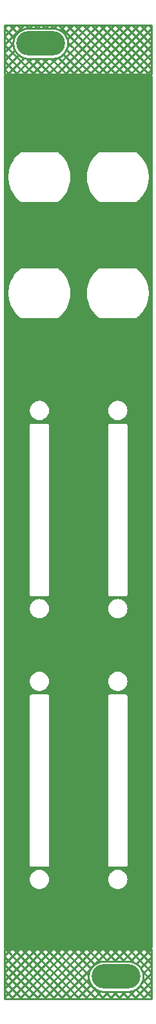
<source format=gbl>
G04 Layer: BottomLayer*
G04 EasyEDA v6.5.34, 2023-08-01 23:33:27*
G04 d5b1b88f56c4446086ecb81e1243fcf9,5a6b42c53f6a479593ecc07194224c93,10*
G04 Gerber Generator version 0.2*
G04 Scale: 100 percent, Rotated: No, Reflected: No *
G04 Dimensions in millimeters *
G04 leading zeros omitted , absolute positions ,4 integer and 5 decimal *
%FSLAX45Y45*%
%MOMM*%

%ADD10C,0.2540*%
%ADD11O,6.4000126X3.1999936*%

%LPD*%
G36*
X36068Y698500D02*
G01*
X32156Y699262D01*
X28905Y701497D01*
X26670Y704748D01*
X25908Y708660D01*
X25908Y12143740D01*
X26670Y12147651D01*
X28905Y12150902D01*
X32156Y12153138D01*
X36068Y12153900D01*
X1970532Y12153900D01*
X1974443Y12153138D01*
X1977694Y12150902D01*
X1979930Y12147651D01*
X1980692Y12143740D01*
X1980692Y708660D01*
X1979930Y704748D01*
X1977694Y701497D01*
X1974443Y699262D01*
X1970532Y698500D01*
G37*

%LPC*%
G36*
X1290066Y10494467D02*
G01*
X1757934Y10494467D01*
X1764233Y10495229D01*
X1769719Y10497108D01*
X1774545Y10500156D01*
X1780438Y10506100D01*
X1795729Y10518952D01*
X1816100Y10538663D01*
X1835048Y10559694D01*
X1852422Y10582046D01*
X1868271Y10605516D01*
X1882393Y10630052D01*
X1894789Y10655503D01*
X1905406Y10681766D01*
X1914143Y10708741D01*
X1920951Y10736224D01*
X1925878Y10764113D01*
X1928825Y10792256D01*
X1929790Y10820552D01*
X1928825Y10848848D01*
X1925828Y10877042D01*
X1920900Y10904931D01*
X1914042Y10932414D01*
X1905304Y10959338D01*
X1894687Y10985550D01*
X1882241Y11011001D01*
X1868068Y11035538D01*
X1852269Y11059007D01*
X1834794Y11081359D01*
X1815846Y11102390D01*
X1795475Y11122050D01*
X1779676Y11135360D01*
X1774545Y11140643D01*
X1769719Y11143691D01*
X1764233Y11145570D01*
X1757934Y11146282D01*
X1290066Y11146282D01*
X1283766Y11145570D01*
X1278280Y11143691D01*
X1273403Y11140592D01*
X1267815Y11135055D01*
X1252321Y11122050D01*
X1231950Y11102390D01*
X1213002Y11081359D01*
X1195527Y11059007D01*
X1179728Y11035538D01*
X1165555Y11011001D01*
X1153109Y10985550D01*
X1142492Y10959338D01*
X1133754Y10932414D01*
X1126896Y10904931D01*
X1121968Y10877042D01*
X1119022Y10848848D01*
X1118006Y10820552D01*
X1118971Y10792256D01*
X1121918Y10764113D01*
X1126845Y10736224D01*
X1133652Y10708741D01*
X1142390Y10681766D01*
X1153007Y10655503D01*
X1165402Y10630052D01*
X1179525Y10605516D01*
X1195374Y10582046D01*
X1212799Y10559694D01*
X1231696Y10538663D01*
X1252067Y10518952D01*
X1268476Y10505084D01*
X1273403Y10500207D01*
X1278280Y10497108D01*
X1283766Y10495229D01*
G37*
G36*
X495300Y1477822D02*
G01*
X510489Y1478737D01*
X525424Y1481480D01*
X539953Y1486001D01*
X553821Y1492250D01*
X566826Y1500124D01*
X578764Y1509471D01*
X589534Y1520240D01*
X598881Y1532178D01*
X606755Y1545183D01*
X613003Y1559052D01*
X617524Y1573580D01*
X620268Y1588516D01*
X621182Y1603705D01*
X620268Y1618894D01*
X617524Y1633829D01*
X613003Y1648358D01*
X606755Y1662226D01*
X598881Y1675231D01*
X589534Y1687169D01*
X578764Y1697939D01*
X566826Y1707286D01*
X553821Y1715160D01*
X539953Y1721408D01*
X525424Y1725930D01*
X510489Y1728673D01*
X495300Y1729587D01*
X480110Y1728673D01*
X465175Y1725930D01*
X450646Y1721408D01*
X436778Y1715160D01*
X423773Y1707286D01*
X411835Y1697939D01*
X401066Y1687169D01*
X391718Y1675231D01*
X383844Y1662226D01*
X377596Y1648358D01*
X373075Y1633829D01*
X370332Y1618894D01*
X369417Y1603705D01*
X370332Y1588516D01*
X373075Y1573580D01*
X377596Y1559052D01*
X383844Y1545183D01*
X391718Y1532178D01*
X401066Y1520240D01*
X411835Y1509471D01*
X423773Y1500124D01*
X436778Y1492250D01*
X450646Y1486001D01*
X465175Y1481480D01*
X480110Y1478737D01*
G37*
G36*
X394258Y1768297D02*
G01*
X596341Y1768297D01*
X602640Y1769008D01*
X608126Y1770938D01*
X613003Y1773986D01*
X617118Y1778101D01*
X620166Y1782978D01*
X622096Y1788464D01*
X622808Y1794764D01*
X622808Y4003446D01*
X622096Y4009745D01*
X620166Y4015232D01*
X617118Y4020108D01*
X613003Y4024223D01*
X608126Y4027271D01*
X602640Y4029201D01*
X596341Y4029913D01*
X394258Y4029913D01*
X387959Y4029201D01*
X382473Y4027271D01*
X377596Y4024223D01*
X373481Y4020108D01*
X370433Y4015232D01*
X368503Y4009745D01*
X367792Y4003446D01*
X367792Y1794764D01*
X368503Y1788464D01*
X370433Y1782978D01*
X373481Y1778101D01*
X377596Y1773986D01*
X382473Y1770938D01*
X387959Y1769008D01*
G37*
G36*
X1422958Y1768297D02*
G01*
X1625041Y1768297D01*
X1631340Y1769008D01*
X1636826Y1770938D01*
X1641703Y1773986D01*
X1645818Y1778101D01*
X1648866Y1782978D01*
X1650796Y1788464D01*
X1651507Y1794764D01*
X1651507Y4003446D01*
X1650796Y4009745D01*
X1648866Y4015232D01*
X1645818Y4020108D01*
X1641703Y4024223D01*
X1636826Y4027271D01*
X1631340Y4029201D01*
X1625041Y4029913D01*
X1422958Y4029913D01*
X1416659Y4029201D01*
X1411173Y4027271D01*
X1406296Y4024223D01*
X1402181Y4020108D01*
X1399133Y4015232D01*
X1397203Y4009745D01*
X1396492Y4003446D01*
X1396492Y1794764D01*
X1397203Y1788464D01*
X1399133Y1782978D01*
X1402181Y1778101D01*
X1406296Y1773986D01*
X1411173Y1770938D01*
X1416659Y1769008D01*
G37*
G36*
X495300Y4077817D02*
G01*
X510489Y4078732D01*
X525424Y4081475D01*
X539953Y4085996D01*
X553821Y4092244D01*
X566826Y4100118D01*
X578764Y4109465D01*
X589534Y4120235D01*
X598881Y4132173D01*
X606755Y4145178D01*
X613003Y4159046D01*
X617524Y4173575D01*
X620268Y4188510D01*
X621182Y4203700D01*
X620268Y4218889D01*
X617524Y4233824D01*
X613003Y4248353D01*
X606755Y4262221D01*
X598881Y4275226D01*
X589534Y4287164D01*
X578764Y4297934D01*
X566826Y4307281D01*
X553821Y4315155D01*
X539953Y4321403D01*
X525424Y4325924D01*
X510489Y4328668D01*
X495300Y4329582D01*
X480110Y4328668D01*
X465175Y4325924D01*
X450646Y4321403D01*
X436778Y4315155D01*
X423773Y4307281D01*
X411835Y4297934D01*
X401066Y4287164D01*
X391718Y4275226D01*
X383844Y4262221D01*
X377596Y4248353D01*
X373075Y4233824D01*
X370332Y4218889D01*
X369417Y4203700D01*
X370332Y4188510D01*
X373075Y4173575D01*
X377596Y4159046D01*
X383844Y4145178D01*
X391718Y4132173D01*
X401066Y4120235D01*
X411835Y4109465D01*
X423773Y4100118D01*
X436778Y4092244D01*
X450646Y4085996D01*
X465175Y4081475D01*
X480110Y4078732D01*
G37*
G36*
X1524000Y4077817D02*
G01*
X1539189Y4078732D01*
X1554124Y4081475D01*
X1568653Y4085996D01*
X1582521Y4092244D01*
X1595526Y4100118D01*
X1607464Y4109465D01*
X1618234Y4120235D01*
X1627581Y4132173D01*
X1635455Y4145178D01*
X1641703Y4159046D01*
X1646224Y4173575D01*
X1648968Y4188510D01*
X1649882Y4203700D01*
X1648968Y4218889D01*
X1646224Y4233824D01*
X1641703Y4248353D01*
X1635455Y4262221D01*
X1627581Y4275226D01*
X1618234Y4287164D01*
X1607464Y4297934D01*
X1595526Y4307281D01*
X1582521Y4315155D01*
X1568653Y4321403D01*
X1554124Y4325924D01*
X1539189Y4328668D01*
X1524000Y4329582D01*
X1508810Y4328668D01*
X1493875Y4325924D01*
X1479346Y4321403D01*
X1465478Y4315155D01*
X1452473Y4307281D01*
X1440535Y4297934D01*
X1429766Y4287164D01*
X1420418Y4275226D01*
X1412544Y4262221D01*
X1406296Y4248353D01*
X1401775Y4233824D01*
X1399032Y4218889D01*
X1398117Y4203700D01*
X1399032Y4188510D01*
X1401775Y4173575D01*
X1406296Y4159046D01*
X1412544Y4145178D01*
X1420418Y4132173D01*
X1429766Y4120235D01*
X1440535Y4109465D01*
X1452473Y4100118D01*
X1465478Y4092244D01*
X1479346Y4085996D01*
X1493875Y4081475D01*
X1508810Y4078732D01*
G37*
G36*
X495300Y5030317D02*
G01*
X510489Y5031232D01*
X525424Y5033975D01*
X539953Y5038496D01*
X553821Y5044744D01*
X566826Y5052618D01*
X578764Y5061966D01*
X589534Y5072735D01*
X598881Y5084673D01*
X606755Y5097678D01*
X613003Y5111546D01*
X617524Y5126075D01*
X620268Y5141010D01*
X621182Y5156200D01*
X620268Y5171389D01*
X617524Y5186324D01*
X613003Y5200853D01*
X606755Y5214721D01*
X598881Y5227726D01*
X589534Y5239664D01*
X578764Y5250434D01*
X566826Y5259781D01*
X553821Y5267655D01*
X539953Y5273903D01*
X525424Y5278424D01*
X510489Y5281168D01*
X495300Y5282082D01*
X480110Y5281168D01*
X465175Y5278424D01*
X450646Y5273903D01*
X436778Y5267655D01*
X423773Y5259781D01*
X411835Y5250434D01*
X401066Y5239664D01*
X391718Y5227726D01*
X383844Y5214721D01*
X377596Y5200853D01*
X373075Y5186324D01*
X370332Y5171389D01*
X369417Y5156200D01*
X370332Y5141010D01*
X373075Y5126075D01*
X377596Y5111546D01*
X383844Y5097678D01*
X391718Y5084673D01*
X401066Y5072735D01*
X411835Y5061966D01*
X423773Y5052618D01*
X436778Y5044744D01*
X450646Y5038496D01*
X465175Y5033975D01*
X480110Y5031232D01*
G37*
G36*
X1524000Y1477822D02*
G01*
X1539189Y1478737D01*
X1554124Y1481480D01*
X1568653Y1486001D01*
X1582521Y1492250D01*
X1595526Y1500124D01*
X1607464Y1509471D01*
X1618234Y1520240D01*
X1627581Y1532178D01*
X1635455Y1545183D01*
X1641703Y1559052D01*
X1646224Y1573580D01*
X1648968Y1588516D01*
X1649882Y1603705D01*
X1648968Y1618894D01*
X1646224Y1633829D01*
X1641703Y1648358D01*
X1635455Y1662226D01*
X1627581Y1675231D01*
X1618234Y1687169D01*
X1607464Y1697939D01*
X1595526Y1707286D01*
X1582521Y1715160D01*
X1568653Y1721408D01*
X1554124Y1725930D01*
X1539189Y1728673D01*
X1524000Y1729587D01*
X1508810Y1728673D01*
X1493875Y1725930D01*
X1479346Y1721408D01*
X1465478Y1715160D01*
X1452473Y1707286D01*
X1440535Y1697939D01*
X1429766Y1687169D01*
X1420418Y1675231D01*
X1412544Y1662226D01*
X1406296Y1648358D01*
X1401775Y1633829D01*
X1399032Y1618894D01*
X1398117Y1603705D01*
X1399032Y1588516D01*
X1401775Y1573580D01*
X1406296Y1559052D01*
X1412544Y1545183D01*
X1420418Y1532178D01*
X1429766Y1520240D01*
X1440535Y1509471D01*
X1452473Y1500124D01*
X1465478Y1492250D01*
X1479346Y1486001D01*
X1493875Y1481480D01*
X1508810Y1478737D01*
G37*
G36*
X394258Y5320792D02*
G01*
X596341Y5320792D01*
X602640Y5321503D01*
X608126Y5323433D01*
X613003Y5326481D01*
X617118Y5330596D01*
X620166Y5335473D01*
X622096Y5340959D01*
X622808Y5347258D01*
X622808Y7555941D01*
X622096Y7562240D01*
X620166Y7567726D01*
X617118Y7572603D01*
X613003Y7576718D01*
X608126Y7579766D01*
X602640Y7581696D01*
X596341Y7582408D01*
X394258Y7582408D01*
X387959Y7581696D01*
X382473Y7579766D01*
X377596Y7576718D01*
X373481Y7572603D01*
X370433Y7567726D01*
X368503Y7562240D01*
X367792Y7555941D01*
X367792Y5347258D01*
X368503Y5340959D01*
X370433Y5335473D01*
X373481Y5330596D01*
X377596Y5326481D01*
X382473Y5323433D01*
X387959Y5321503D01*
G37*
G36*
X1422958Y5320792D02*
G01*
X1625041Y5320792D01*
X1631340Y5321503D01*
X1636826Y5323433D01*
X1641703Y5326481D01*
X1645818Y5330596D01*
X1648866Y5335473D01*
X1650796Y5340959D01*
X1651507Y5347258D01*
X1651507Y7555941D01*
X1650796Y7562240D01*
X1648866Y7567726D01*
X1645818Y7572603D01*
X1641703Y7576718D01*
X1636826Y7579766D01*
X1631340Y7581696D01*
X1625041Y7582408D01*
X1422958Y7582408D01*
X1416659Y7581696D01*
X1411173Y7579766D01*
X1406296Y7576718D01*
X1402181Y7572603D01*
X1399133Y7567726D01*
X1397203Y7562240D01*
X1396492Y7555941D01*
X1396492Y5347258D01*
X1397203Y5340959D01*
X1399133Y5335473D01*
X1402181Y5330596D01*
X1406296Y5326481D01*
X1411173Y5323433D01*
X1416659Y5321503D01*
G37*
G36*
X495300Y7630312D02*
G01*
X510489Y7631226D01*
X525424Y7633970D01*
X539953Y7638491D01*
X553821Y7644739D01*
X566826Y7652613D01*
X578764Y7661960D01*
X589534Y7672730D01*
X598881Y7684668D01*
X606755Y7697673D01*
X613003Y7711541D01*
X617524Y7726070D01*
X620268Y7741005D01*
X621182Y7756194D01*
X620268Y7771384D01*
X617524Y7786319D01*
X613003Y7800848D01*
X606755Y7814716D01*
X598881Y7827721D01*
X589534Y7839659D01*
X578764Y7850428D01*
X566826Y7859775D01*
X553821Y7867650D01*
X539953Y7873898D01*
X525424Y7878419D01*
X510489Y7881162D01*
X495300Y7882077D01*
X480110Y7881162D01*
X465175Y7878419D01*
X450646Y7873898D01*
X436778Y7867650D01*
X423773Y7859775D01*
X411835Y7850428D01*
X401066Y7839659D01*
X391718Y7827721D01*
X383844Y7814716D01*
X377596Y7800848D01*
X373075Y7786319D01*
X370332Y7771384D01*
X369417Y7756194D01*
X370332Y7741005D01*
X373075Y7726070D01*
X377596Y7711541D01*
X383844Y7697673D01*
X391718Y7684668D01*
X401066Y7672730D01*
X411835Y7661960D01*
X423773Y7652613D01*
X436778Y7644739D01*
X450646Y7638491D01*
X465175Y7633970D01*
X480110Y7631226D01*
G37*
G36*
X1524000Y7630312D02*
G01*
X1539189Y7631226D01*
X1554124Y7633970D01*
X1568653Y7638491D01*
X1582521Y7644739D01*
X1595526Y7652613D01*
X1607464Y7661960D01*
X1618234Y7672730D01*
X1627581Y7684668D01*
X1635455Y7697673D01*
X1641703Y7711541D01*
X1646224Y7726070D01*
X1648968Y7741005D01*
X1649882Y7756194D01*
X1648968Y7771384D01*
X1646224Y7786319D01*
X1641703Y7800848D01*
X1635455Y7814716D01*
X1627581Y7827721D01*
X1618234Y7839659D01*
X1607464Y7850428D01*
X1595526Y7859775D01*
X1582521Y7867650D01*
X1568653Y7873898D01*
X1554124Y7878419D01*
X1539189Y7881162D01*
X1524000Y7882077D01*
X1508810Y7881162D01*
X1493875Y7878419D01*
X1479346Y7873898D01*
X1465478Y7867650D01*
X1452473Y7859775D01*
X1440535Y7850428D01*
X1429766Y7839659D01*
X1420418Y7827721D01*
X1412544Y7814716D01*
X1406296Y7800848D01*
X1401775Y7786319D01*
X1399032Y7771384D01*
X1398117Y7756194D01*
X1399032Y7741005D01*
X1401775Y7726070D01*
X1406296Y7711541D01*
X1412544Y7697673D01*
X1420418Y7684668D01*
X1429766Y7672730D01*
X1440535Y7661960D01*
X1452473Y7652613D01*
X1465478Y7644739D01*
X1479346Y7638491D01*
X1493875Y7633970D01*
X1508810Y7631226D01*
G37*
G36*
X261366Y8970467D02*
G01*
X729234Y8970467D01*
X735533Y8971229D01*
X741019Y8973108D01*
X745845Y8976156D01*
X751738Y8982100D01*
X767029Y8994952D01*
X787400Y9014663D01*
X806348Y9035694D01*
X823721Y9058046D01*
X839571Y9081516D01*
X853694Y9106052D01*
X866089Y9131503D01*
X876706Y9157766D01*
X885444Y9184741D01*
X892251Y9212224D01*
X897178Y9240113D01*
X900125Y9268256D01*
X901090Y9296552D01*
X900125Y9324848D01*
X897128Y9353042D01*
X892200Y9380931D01*
X885342Y9408414D01*
X876604Y9435338D01*
X865987Y9461550D01*
X853541Y9487001D01*
X839368Y9511538D01*
X823569Y9535007D01*
X806094Y9557359D01*
X787146Y9578390D01*
X766775Y9598050D01*
X750976Y9611360D01*
X745845Y9616643D01*
X741019Y9619691D01*
X735533Y9621570D01*
X729234Y9622282D01*
X261366Y9622282D01*
X255066Y9621570D01*
X249580Y9619691D01*
X244703Y9616592D01*
X239115Y9611055D01*
X223621Y9598050D01*
X203250Y9578390D01*
X184302Y9557359D01*
X166827Y9535007D01*
X151028Y9511538D01*
X136855Y9487001D01*
X124409Y9461550D01*
X113792Y9435338D01*
X105054Y9408414D01*
X98196Y9380931D01*
X93268Y9353042D01*
X90322Y9324848D01*
X89306Y9296552D01*
X90271Y9268256D01*
X93218Y9240113D01*
X98145Y9212224D01*
X104952Y9184741D01*
X113690Y9157766D01*
X124307Y9131503D01*
X136702Y9106052D01*
X150825Y9081516D01*
X166674Y9058046D01*
X184099Y9035694D01*
X202996Y9014663D01*
X223367Y8994952D01*
X239775Y8981084D01*
X244703Y8976207D01*
X249580Y8973108D01*
X255066Y8971229D01*
G37*
G36*
X1290066Y8970467D02*
G01*
X1757934Y8970467D01*
X1764233Y8971229D01*
X1769719Y8973108D01*
X1774545Y8976156D01*
X1780438Y8982100D01*
X1795729Y8994952D01*
X1816100Y9014663D01*
X1835048Y9035694D01*
X1852422Y9058046D01*
X1868271Y9081516D01*
X1882393Y9106052D01*
X1894789Y9131503D01*
X1905406Y9157766D01*
X1914143Y9184741D01*
X1920951Y9212224D01*
X1925878Y9240113D01*
X1928825Y9268256D01*
X1929790Y9296552D01*
X1928825Y9324848D01*
X1925828Y9353042D01*
X1920900Y9380931D01*
X1914042Y9408414D01*
X1905304Y9435338D01*
X1894687Y9461550D01*
X1882241Y9487001D01*
X1868068Y9511538D01*
X1852269Y9535007D01*
X1834794Y9557359D01*
X1815846Y9578390D01*
X1795475Y9598050D01*
X1779676Y9611360D01*
X1774545Y9616643D01*
X1769719Y9619691D01*
X1764233Y9621570D01*
X1757934Y9622282D01*
X1290066Y9622282D01*
X1283766Y9621570D01*
X1278280Y9619691D01*
X1273403Y9616592D01*
X1267815Y9611055D01*
X1252321Y9598050D01*
X1231950Y9578390D01*
X1213002Y9557359D01*
X1195527Y9535007D01*
X1179728Y9511538D01*
X1165555Y9487001D01*
X1153109Y9461550D01*
X1142492Y9435338D01*
X1133754Y9408414D01*
X1126896Y9380931D01*
X1121968Y9353042D01*
X1119022Y9324848D01*
X1118006Y9296552D01*
X1118971Y9268256D01*
X1121918Y9240113D01*
X1126845Y9212224D01*
X1133652Y9184741D01*
X1142390Y9157766D01*
X1153007Y9131503D01*
X1165402Y9106052D01*
X1179525Y9081516D01*
X1195374Y9058046D01*
X1212799Y9035694D01*
X1231696Y9014663D01*
X1252067Y8994952D01*
X1268476Y8981084D01*
X1273403Y8976207D01*
X1278280Y8973108D01*
X1283766Y8971229D01*
G37*
G36*
X261366Y10494467D02*
G01*
X729234Y10494467D01*
X735533Y10495229D01*
X741019Y10497108D01*
X745845Y10500156D01*
X751738Y10506100D01*
X767029Y10518952D01*
X787400Y10538663D01*
X806348Y10559694D01*
X823721Y10582046D01*
X839571Y10605516D01*
X853694Y10630052D01*
X866089Y10655503D01*
X876706Y10681766D01*
X885444Y10708741D01*
X892251Y10736224D01*
X897178Y10764113D01*
X900125Y10792256D01*
X901090Y10820552D01*
X900125Y10848848D01*
X897128Y10877042D01*
X892200Y10904931D01*
X885342Y10932414D01*
X876604Y10959338D01*
X865987Y10985550D01*
X853541Y11011001D01*
X839368Y11035538D01*
X823569Y11059007D01*
X806094Y11081359D01*
X787146Y11102390D01*
X766775Y11122050D01*
X750976Y11135360D01*
X745845Y11140643D01*
X741019Y11143691D01*
X735533Y11145570D01*
X729234Y11146282D01*
X261366Y11146282D01*
X255066Y11145570D01*
X249580Y11143691D01*
X244703Y11140592D01*
X239115Y11135055D01*
X223621Y11122050D01*
X203250Y11102390D01*
X184302Y11081359D01*
X166827Y11059007D01*
X151028Y11035538D01*
X136855Y11011001D01*
X124409Y10985550D01*
X113792Y10959338D01*
X105054Y10932414D01*
X98196Y10904931D01*
X93268Y10877042D01*
X90322Y10848848D01*
X89306Y10820552D01*
X90271Y10792256D01*
X93218Y10764113D01*
X98145Y10736224D01*
X104952Y10708741D01*
X113690Y10681766D01*
X124307Y10655503D01*
X136702Y10630052D01*
X150825Y10605516D01*
X166674Y10582046D01*
X184099Y10559694D01*
X202996Y10538663D01*
X223367Y10518952D01*
X239775Y10505084D01*
X244703Y10500207D01*
X249580Y10497108D01*
X255066Y10495229D01*
G37*
G36*
X1524000Y5030317D02*
G01*
X1539189Y5031232D01*
X1554124Y5033975D01*
X1568653Y5038496D01*
X1582521Y5044744D01*
X1595526Y5052618D01*
X1607464Y5061966D01*
X1618234Y5072735D01*
X1627581Y5084673D01*
X1635455Y5097678D01*
X1641703Y5111546D01*
X1646224Y5126075D01*
X1648968Y5141010D01*
X1649882Y5156200D01*
X1648968Y5171389D01*
X1646224Y5186324D01*
X1641703Y5200853D01*
X1635455Y5214721D01*
X1627581Y5227726D01*
X1618234Y5239664D01*
X1607464Y5250434D01*
X1595526Y5259781D01*
X1582521Y5267655D01*
X1568653Y5273903D01*
X1554124Y5278424D01*
X1539189Y5281168D01*
X1524000Y5282082D01*
X1508810Y5281168D01*
X1493875Y5278424D01*
X1479346Y5273903D01*
X1465478Y5267655D01*
X1452473Y5259781D01*
X1440535Y5250434D01*
X1429766Y5239664D01*
X1420418Y5227726D01*
X1412544Y5214721D01*
X1406296Y5200853D01*
X1401775Y5186324D01*
X1399032Y5171389D01*
X1398117Y5156200D01*
X1399032Y5141010D01*
X1401775Y5126075D01*
X1406296Y5111546D01*
X1412544Y5097678D01*
X1420418Y5084673D01*
X1429766Y5072735D01*
X1440535Y5061966D01*
X1452473Y5052618D01*
X1465478Y5044744D01*
X1479346Y5038496D01*
X1493875Y5033975D01*
X1508810Y5031232D01*
G37*

%LPD*%
D10*
X1892300Y673100D02*
G01*
X1892300Y736600D01*
X1917700Y12103100D02*
G01*
X1917700Y12166600D01*
X1967738Y38862D02*
G01*
X38862Y38862D01*
X38862Y38862D02*
G01*
X38862Y685545D01*
X38862Y685545D02*
G01*
X1967738Y685545D01*
X1967738Y685545D02*
G01*
X1967738Y38862D01*
X1197982Y189583D02*
G01*
X1212442Y176477D01*
X1212442Y176477D02*
G01*
X1228117Y164852D01*
X1228117Y164852D02*
G01*
X1244856Y154819D01*
X1244856Y154819D02*
G01*
X1262497Y146475D01*
X1262497Y146475D02*
G01*
X1280872Y139901D01*
X1280872Y139901D02*
G01*
X1299803Y135159D01*
X1299803Y135159D02*
G01*
X1319107Y132295D01*
X1319107Y132295D02*
G01*
X1338599Y131338D01*
X1338599Y131338D02*
G01*
X1658600Y131338D01*
X1658600Y131338D02*
G01*
X1678092Y132295D01*
X1678092Y132295D02*
G01*
X1697396Y135159D01*
X1697396Y135159D02*
G01*
X1716327Y139901D01*
X1716327Y139901D02*
G01*
X1734702Y146475D01*
X1734702Y146475D02*
G01*
X1752343Y154819D01*
X1752343Y154819D02*
G01*
X1769082Y164852D01*
X1769082Y164852D02*
G01*
X1784757Y176477D01*
X1784757Y176477D02*
G01*
X1799217Y189583D01*
X1799217Y189583D02*
G01*
X1812323Y204043D01*
X1812323Y204043D02*
G01*
X1823948Y219718D01*
X1823948Y219718D02*
G01*
X1833981Y236457D01*
X1833981Y236457D02*
G01*
X1842325Y254098D01*
X1842325Y254098D02*
G01*
X1848899Y272473D01*
X1848899Y272473D02*
G01*
X1853641Y291404D01*
X1853641Y291404D02*
G01*
X1856505Y310708D01*
X1856505Y310708D02*
G01*
X1857462Y330200D01*
X1857462Y330200D02*
G01*
X1856505Y349691D01*
X1856505Y349691D02*
G01*
X1853641Y368995D01*
X1853641Y368995D02*
G01*
X1848899Y387926D01*
X1848899Y387926D02*
G01*
X1842325Y406301D01*
X1842325Y406301D02*
G01*
X1833981Y423942D01*
X1833981Y423942D02*
G01*
X1823948Y440681D01*
X1823948Y440681D02*
G01*
X1812323Y456356D01*
X1812323Y456356D02*
G01*
X1799217Y470816D01*
X1799217Y470816D02*
G01*
X1784757Y483922D01*
X1784757Y483922D02*
G01*
X1769082Y495547D01*
X1769082Y495547D02*
G01*
X1752343Y505580D01*
X1752343Y505580D02*
G01*
X1734702Y513924D01*
X1734702Y513924D02*
G01*
X1716327Y520498D01*
X1716327Y520498D02*
G01*
X1697396Y525240D01*
X1697396Y525240D02*
G01*
X1678092Y528104D01*
X1678092Y528104D02*
G01*
X1658600Y529061D01*
X1658600Y529061D02*
G01*
X1338599Y529061D01*
X1338599Y529061D02*
G01*
X1319107Y528104D01*
X1319107Y528104D02*
G01*
X1299803Y525240D01*
X1299803Y525240D02*
G01*
X1280872Y520498D01*
X1280872Y520498D02*
G01*
X1262497Y513924D01*
X1262497Y513924D02*
G01*
X1244856Y505580D01*
X1244856Y505580D02*
G01*
X1228117Y495547D01*
X1228117Y495547D02*
G01*
X1212442Y483922D01*
X1212442Y483922D02*
G01*
X1197982Y470816D01*
X1197982Y470816D02*
G01*
X1184876Y456356D01*
X1184876Y456356D02*
G01*
X1173251Y440681D01*
X1173251Y440681D02*
G01*
X1163218Y423942D01*
X1163218Y423942D02*
G01*
X1154874Y406301D01*
X1154874Y406301D02*
G01*
X1148300Y387926D01*
X1148300Y387926D02*
G01*
X1143558Y368995D01*
X1143558Y368995D02*
G01*
X1140694Y349691D01*
X1140694Y349691D02*
G01*
X1139737Y330200D01*
X1139737Y330200D02*
G01*
X1140694Y310708D01*
X1140694Y310708D02*
G01*
X1143558Y291404D01*
X1143558Y291404D02*
G01*
X1148300Y272473D01*
X1148300Y272473D02*
G01*
X1154874Y254098D01*
X1154874Y254098D02*
G01*
X1163218Y236457D01*
X1163218Y236457D02*
G01*
X1173251Y219718D01*
X1173251Y219718D02*
G01*
X1184876Y204043D01*
X1184876Y204043D02*
G01*
X1197982Y189583D01*
X38862Y50940D02*
G01*
X50940Y38862D01*
X38862Y158703D02*
G01*
X158703Y38862D01*
X38862Y266466D02*
G01*
X266466Y38862D01*
X38862Y374229D02*
G01*
X374229Y38862D01*
X38862Y481992D02*
G01*
X481992Y38862D01*
X38862Y589755D02*
G01*
X589755Y38862D01*
X50835Y685545D02*
G01*
X697519Y38862D01*
X158598Y685545D02*
G01*
X805282Y38862D01*
X266361Y685545D02*
G01*
X913045Y38862D01*
X374124Y685545D02*
G01*
X1020808Y38862D01*
X481887Y685545D02*
G01*
X1128571Y38862D01*
X589650Y685545D02*
G01*
X1236334Y38862D01*
X697413Y685545D02*
G01*
X1344097Y38862D01*
X805176Y685545D02*
G01*
X1140738Y349984D01*
X1359384Y131338D02*
G01*
X1451860Y38862D01*
X912939Y685545D02*
G01*
X1167462Y431023D01*
X1467147Y131338D02*
G01*
X1559623Y38862D01*
X1020702Y685545D02*
G01*
X1218117Y488131D01*
X1574910Y131338D02*
G01*
X1667386Y38862D01*
X1128465Y685545D02*
G01*
X1290980Y523030D01*
X1681247Y132764D02*
G01*
X1775149Y38862D01*
X1236228Y685545D02*
G01*
X1392713Y529061D01*
X1761479Y160295D02*
G01*
X1882912Y38862D01*
X1343991Y685545D02*
G01*
X1500476Y529061D01*
X1817931Y211606D02*
G01*
X1967738Y61799D01*
X1451755Y685545D02*
G01*
X1608239Y529061D01*
X1852090Y285210D02*
G01*
X1967738Y169563D01*
X1559518Y685545D02*
G01*
X1729155Y515909D01*
X1844310Y400754D02*
G01*
X1967738Y277326D01*
X1667281Y685545D02*
G01*
X1967738Y385089D01*
X1775044Y685545D02*
G01*
X1967738Y492852D01*
X1882807Y685545D02*
G01*
X1967738Y600615D01*
X1955659Y38862D02*
G01*
X1967738Y50940D01*
X1847896Y38862D02*
G01*
X1967738Y158703D01*
X1740133Y38862D02*
G01*
X1967738Y266466D01*
X1632370Y38862D02*
G01*
X1744723Y151215D01*
X1837585Y244076D02*
G01*
X1967738Y374229D01*
X1524607Y38862D02*
G01*
X1617083Y131338D01*
X1853783Y368038D02*
G01*
X1967738Y481992D01*
X1416844Y38862D02*
G01*
X1509320Y131338D01*
X1821697Y443715D02*
G01*
X1967738Y589755D01*
X1309080Y38862D02*
G01*
X1401557Y131338D01*
X1767009Y496790D02*
G01*
X1955764Y685545D01*
X1201317Y38862D02*
G01*
X1298053Y135597D01*
X1688949Y526493D02*
G01*
X1848001Y685545D01*
X1093554Y38862D02*
G01*
X1223195Y168502D01*
X1583754Y529061D02*
G01*
X1740238Y685545D01*
X985791Y38862D02*
G01*
X1170776Y223847D01*
X1475991Y529061D02*
G01*
X1632475Y685545D01*
X878028Y38862D02*
G01*
X1141880Y302714D01*
X1368228Y529061D02*
G01*
X1524712Y685545D01*
X770265Y38862D02*
G01*
X1176599Y445196D01*
X1223602Y492199D02*
G01*
X1416949Y685545D01*
X662502Y38862D02*
G01*
X1309186Y685545D01*
X554739Y38862D02*
G01*
X1201423Y685545D01*
X446976Y38862D02*
G01*
X1093660Y685545D01*
X339213Y38862D02*
G01*
X985897Y685545D01*
X231450Y38862D02*
G01*
X878134Y685545D01*
X123687Y38862D02*
G01*
X770371Y685545D01*
X38862Y61799D02*
G01*
X662608Y685545D01*
X38862Y169563D02*
G01*
X554844Y685545D01*
X38862Y277326D02*
G01*
X447081Y685545D01*
X38862Y385089D02*
G01*
X339318Y685545D01*
X38862Y492852D02*
G01*
X231555Y685545D01*
X38862Y600615D02*
G01*
X123792Y685545D01*
X1967738Y12166854D02*
G01*
X38862Y12166854D01*
X38862Y12166854D02*
G01*
X38862Y12813537D01*
X38862Y12813537D02*
G01*
X1967738Y12813537D01*
X1967738Y12813537D02*
G01*
X1967738Y12166854D01*
X194276Y12446843D02*
G01*
X207382Y12432383D01*
X207382Y12432383D02*
G01*
X221842Y12419277D01*
X221842Y12419277D02*
G01*
X237517Y12407652D01*
X237517Y12407652D02*
G01*
X254256Y12397619D01*
X254256Y12397619D02*
G01*
X271897Y12389275D01*
X271897Y12389275D02*
G01*
X290272Y12382701D01*
X290272Y12382701D02*
G01*
X309203Y12377959D01*
X309203Y12377959D02*
G01*
X328507Y12375095D01*
X328507Y12375095D02*
G01*
X347999Y12374138D01*
X347999Y12374138D02*
G01*
X668000Y12374138D01*
X668000Y12374138D02*
G01*
X687492Y12375095D01*
X687492Y12375095D02*
G01*
X706796Y12377959D01*
X706796Y12377959D02*
G01*
X725727Y12382701D01*
X725727Y12382701D02*
G01*
X744102Y12389275D01*
X744102Y12389275D02*
G01*
X761743Y12397619D01*
X761743Y12397619D02*
G01*
X778482Y12407652D01*
X778482Y12407652D02*
G01*
X794157Y12419277D01*
X794157Y12419277D02*
G01*
X808617Y12432383D01*
X808617Y12432383D02*
G01*
X821723Y12446843D01*
X821723Y12446843D02*
G01*
X833348Y12462518D01*
X833348Y12462518D02*
G01*
X843381Y12479257D01*
X843381Y12479257D02*
G01*
X851725Y12496898D01*
X851725Y12496898D02*
G01*
X858299Y12515273D01*
X858299Y12515273D02*
G01*
X863041Y12534204D01*
X863041Y12534204D02*
G01*
X865905Y12553508D01*
X865905Y12553508D02*
G01*
X866862Y12573000D01*
X866862Y12573000D02*
G01*
X865905Y12592491D01*
X865905Y12592491D02*
G01*
X863041Y12611795D01*
X863041Y12611795D02*
G01*
X858299Y12630726D01*
X858299Y12630726D02*
G01*
X851725Y12649101D01*
X851725Y12649101D02*
G01*
X843381Y12666742D01*
X843381Y12666742D02*
G01*
X833348Y12683481D01*
X833348Y12683481D02*
G01*
X821723Y12699156D01*
X821723Y12699156D02*
G01*
X808617Y12713616D01*
X808617Y12713616D02*
G01*
X794157Y12726722D01*
X794157Y12726722D02*
G01*
X778482Y12738347D01*
X778482Y12738347D02*
G01*
X761743Y12748380D01*
X761743Y12748380D02*
G01*
X744102Y12756724D01*
X744102Y12756724D02*
G01*
X725727Y12763298D01*
X725727Y12763298D02*
G01*
X706796Y12768040D01*
X706796Y12768040D02*
G01*
X687492Y12770904D01*
X687492Y12770904D02*
G01*
X668000Y12771861D01*
X668000Y12771861D02*
G01*
X347999Y12771861D01*
X347999Y12771861D02*
G01*
X328507Y12770904D01*
X328507Y12770904D02*
G01*
X309203Y12768040D01*
X309203Y12768040D02*
G01*
X290272Y12763298D01*
X290272Y12763298D02*
G01*
X271897Y12756724D01*
X271897Y12756724D02*
G01*
X254256Y12748380D01*
X254256Y12748380D02*
G01*
X237517Y12738347D01*
X237517Y12738347D02*
G01*
X221842Y12726722D01*
X221842Y12726722D02*
G01*
X207382Y12713616D01*
X207382Y12713616D02*
G01*
X194276Y12699156D01*
X194276Y12699156D02*
G01*
X182651Y12683481D01*
X182651Y12683481D02*
G01*
X172618Y12666742D01*
X172618Y12666742D02*
G01*
X164274Y12649101D01*
X164274Y12649101D02*
G01*
X157700Y12630726D01*
X157700Y12630726D02*
G01*
X152958Y12611795D01*
X152958Y12611795D02*
G01*
X150094Y12592491D01*
X150094Y12592491D02*
G01*
X149137Y12573000D01*
X149137Y12573000D02*
G01*
X150094Y12553508D01*
X150094Y12553508D02*
G01*
X152958Y12534204D01*
X152958Y12534204D02*
G01*
X157700Y12515273D01*
X157700Y12515273D02*
G01*
X164274Y12496898D01*
X164274Y12496898D02*
G01*
X172618Y12479257D01*
X172618Y12479257D02*
G01*
X182651Y12462518D01*
X182651Y12462518D02*
G01*
X194276Y12446843D01*
X38862Y12228167D02*
G01*
X100175Y12166854D01*
X38862Y12335930D02*
G01*
X207938Y12166854D01*
X38862Y12443693D02*
G01*
X315701Y12166854D01*
X38862Y12551456D02*
G01*
X423464Y12166854D01*
X38862Y12659220D02*
G01*
X151056Y12547025D01*
X322024Y12376057D02*
G01*
X531228Y12166854D01*
X38862Y12766983D02*
G01*
X162290Y12643554D01*
X431706Y12374138D02*
G01*
X638991Y12166854D01*
X100070Y12813537D02*
G01*
X203868Y12709739D01*
X539470Y12374138D02*
G01*
X746754Y12166854D01*
X207833Y12813537D02*
G01*
X266975Y12754396D01*
X647233Y12374138D02*
G01*
X854517Y12166854D01*
X315596Y12813537D02*
G01*
X357272Y12771861D01*
X740976Y12388157D02*
G01*
X962280Y12166854D01*
X423359Y12813537D02*
G01*
X465035Y12771861D01*
X806464Y12430432D02*
G01*
X1070043Y12166854D01*
X531122Y12813537D02*
G01*
X572798Y12771861D01*
X850452Y12494208D02*
G01*
X1177806Y12166854D01*
X638885Y12813537D02*
G01*
X681210Y12771212D01*
X866213Y12586210D02*
G01*
X1285569Y12166854D01*
X746648Y12813537D02*
G01*
X1393332Y12166854D01*
X854411Y12813537D02*
G01*
X1501095Y12166854D01*
X962174Y12813537D02*
G01*
X1608858Y12166854D01*
X1069937Y12813537D02*
G01*
X1716621Y12166854D01*
X1177700Y12813537D02*
G01*
X1824384Y12166854D01*
X1285464Y12813537D02*
G01*
X1932148Y12166854D01*
X1393227Y12813537D02*
G01*
X1967738Y12239027D01*
X1500990Y12813537D02*
G01*
X1967738Y12346790D01*
X1608753Y12813537D02*
G01*
X1967738Y12454553D01*
X1716516Y12813537D02*
G01*
X1967738Y12562316D01*
X1824279Y12813537D02*
G01*
X1967738Y12670079D01*
X1932042Y12813537D02*
G01*
X1967738Y12777842D01*
X1906424Y12166854D02*
G01*
X1967738Y12228167D01*
X1798661Y12166854D02*
G01*
X1967738Y12335930D01*
X1690898Y12166854D02*
G01*
X1967738Y12443693D01*
X1583135Y12166854D02*
G01*
X1967738Y12551456D01*
X1475371Y12166854D02*
G01*
X1967738Y12659220D01*
X1367608Y12166854D02*
G01*
X1967738Y12766983D01*
X1259845Y12166854D02*
G01*
X1906529Y12813537D01*
X1152082Y12166854D02*
G01*
X1798766Y12813537D01*
X1044319Y12166854D02*
G01*
X1691003Y12813537D01*
X936556Y12166854D02*
G01*
X1583240Y12813537D01*
X828793Y12166854D02*
G01*
X1475477Y12813537D01*
X721030Y12166854D02*
G01*
X1367714Y12813537D01*
X613267Y12166854D02*
G01*
X1259951Y12813537D01*
X505504Y12166854D02*
G01*
X719888Y12381238D01*
X859762Y12521112D02*
G01*
X1152188Y12813537D01*
X397741Y12166854D02*
G01*
X605025Y12374138D01*
X858963Y12628076D02*
G01*
X1044425Y12813537D01*
X289978Y12166854D02*
G01*
X497262Y12374138D01*
X821960Y12698836D02*
G01*
X936662Y12813537D01*
X182215Y12166854D02*
G01*
X389499Y12374138D01*
X762992Y12747631D02*
G01*
X828899Y12813537D01*
X74451Y12166854D02*
G01*
X290293Y12382695D01*
X678922Y12771325D02*
G01*
X721135Y12813537D01*
X38862Y12239027D02*
G01*
X220410Y12420575D01*
X571696Y12771861D02*
G01*
X613372Y12813537D01*
X38862Y12346790D02*
G01*
X172204Y12480132D01*
X463933Y12771861D02*
G01*
X505609Y12813537D01*
X38862Y12454553D02*
G01*
X149519Y12565211D01*
X356170Y12771861D02*
G01*
X397846Y12813537D01*
X38862Y12562316D02*
G01*
X290083Y12813537D01*
X38862Y12670079D02*
G01*
X182320Y12813537D01*
X38862Y12777842D02*
G01*
X74557Y12813537D01*
D11*
G01*
X508000Y12573000D03*
G01*
X1498600Y330200D03*
M02*

</source>
